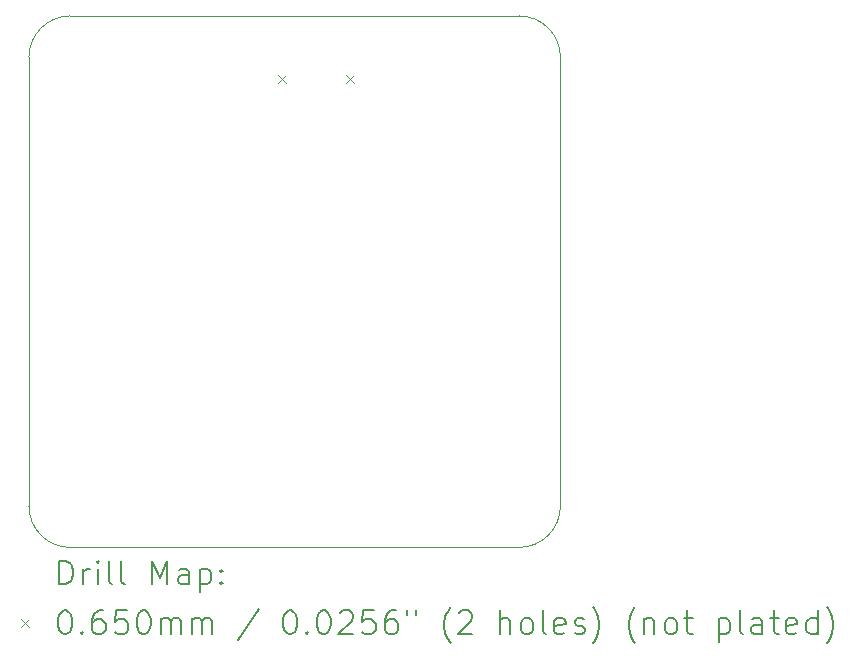
<source format=gbr>
%TF.GenerationSoftware,KiCad,Pcbnew,8.0.7*%
%TF.CreationDate,2025-10-10T17:09:59-07:00*%
%TF.ProjectId,CurlDrive-2,4375726c-4472-4697-9665-2d322e6b6963,rev?*%
%TF.SameCoordinates,Original*%
%TF.FileFunction,Drillmap*%
%TF.FilePolarity,Positive*%
%FSLAX45Y45*%
G04 Gerber Fmt 4.5, Leading zero omitted, Abs format (unit mm)*
G04 Created by KiCad (PCBNEW 8.0.7) date 2025-10-10 17:09:59*
%MOMM*%
%LPD*%
G01*
G04 APERTURE LIST*
%ADD10C,0.050000*%
%ADD11C,0.200000*%
%ADD12C,0.100000*%
G04 APERTURE END LIST*
D10*
X16900000Y-7750000D02*
X13100000Y-7750000D01*
X12750000Y-11900000D02*
X12750000Y-8100000D01*
X12750000Y-8100000D02*
G75*
G02*
X13100000Y-7750000I350000J0D01*
G01*
X16900000Y-7750000D02*
G75*
G02*
X17250000Y-8100000I0J-350000D01*
G01*
X17250000Y-11900000D02*
G75*
G02*
X16900000Y-12250000I-350000J0D01*
G01*
X13100000Y-12250000D02*
G75*
G02*
X12750000Y-11900000I0J350000D01*
G01*
X16900000Y-12250000D02*
X13100000Y-12250000D01*
X17250000Y-8100000D02*
X17250000Y-11900000D01*
D11*
D12*
X14858500Y-8253000D02*
X14923500Y-8318000D01*
X14923500Y-8253000D02*
X14858500Y-8318000D01*
X15436500Y-8253000D02*
X15501500Y-8318000D01*
X15501500Y-8253000D02*
X15436500Y-8318000D01*
D11*
X13008277Y-12563984D02*
X13008277Y-12363984D01*
X13008277Y-12363984D02*
X13055896Y-12363984D01*
X13055896Y-12363984D02*
X13084467Y-12373508D01*
X13084467Y-12373508D02*
X13103515Y-12392555D01*
X13103515Y-12392555D02*
X13113039Y-12411603D01*
X13113039Y-12411603D02*
X13122562Y-12449698D01*
X13122562Y-12449698D02*
X13122562Y-12478269D01*
X13122562Y-12478269D02*
X13113039Y-12516365D01*
X13113039Y-12516365D02*
X13103515Y-12535412D01*
X13103515Y-12535412D02*
X13084467Y-12554460D01*
X13084467Y-12554460D02*
X13055896Y-12563984D01*
X13055896Y-12563984D02*
X13008277Y-12563984D01*
X13208277Y-12563984D02*
X13208277Y-12430650D01*
X13208277Y-12468746D02*
X13217801Y-12449698D01*
X13217801Y-12449698D02*
X13227324Y-12440174D01*
X13227324Y-12440174D02*
X13246372Y-12430650D01*
X13246372Y-12430650D02*
X13265420Y-12430650D01*
X13332086Y-12563984D02*
X13332086Y-12430650D01*
X13332086Y-12363984D02*
X13322562Y-12373508D01*
X13322562Y-12373508D02*
X13332086Y-12383031D01*
X13332086Y-12383031D02*
X13341610Y-12373508D01*
X13341610Y-12373508D02*
X13332086Y-12363984D01*
X13332086Y-12363984D02*
X13332086Y-12383031D01*
X13455896Y-12563984D02*
X13436848Y-12554460D01*
X13436848Y-12554460D02*
X13427324Y-12535412D01*
X13427324Y-12535412D02*
X13427324Y-12363984D01*
X13560658Y-12563984D02*
X13541610Y-12554460D01*
X13541610Y-12554460D02*
X13532086Y-12535412D01*
X13532086Y-12535412D02*
X13532086Y-12363984D01*
X13789229Y-12563984D02*
X13789229Y-12363984D01*
X13789229Y-12363984D02*
X13855896Y-12506841D01*
X13855896Y-12506841D02*
X13922562Y-12363984D01*
X13922562Y-12363984D02*
X13922562Y-12563984D01*
X14103515Y-12563984D02*
X14103515Y-12459222D01*
X14103515Y-12459222D02*
X14093991Y-12440174D01*
X14093991Y-12440174D02*
X14074943Y-12430650D01*
X14074943Y-12430650D02*
X14036848Y-12430650D01*
X14036848Y-12430650D02*
X14017801Y-12440174D01*
X14103515Y-12554460D02*
X14084467Y-12563984D01*
X14084467Y-12563984D02*
X14036848Y-12563984D01*
X14036848Y-12563984D02*
X14017801Y-12554460D01*
X14017801Y-12554460D02*
X14008277Y-12535412D01*
X14008277Y-12535412D02*
X14008277Y-12516365D01*
X14008277Y-12516365D02*
X14017801Y-12497317D01*
X14017801Y-12497317D02*
X14036848Y-12487793D01*
X14036848Y-12487793D02*
X14084467Y-12487793D01*
X14084467Y-12487793D02*
X14103515Y-12478269D01*
X14198753Y-12430650D02*
X14198753Y-12630650D01*
X14198753Y-12440174D02*
X14217801Y-12430650D01*
X14217801Y-12430650D02*
X14255896Y-12430650D01*
X14255896Y-12430650D02*
X14274943Y-12440174D01*
X14274943Y-12440174D02*
X14284467Y-12449698D01*
X14284467Y-12449698D02*
X14293991Y-12468746D01*
X14293991Y-12468746D02*
X14293991Y-12525888D01*
X14293991Y-12525888D02*
X14284467Y-12544936D01*
X14284467Y-12544936D02*
X14274943Y-12554460D01*
X14274943Y-12554460D02*
X14255896Y-12563984D01*
X14255896Y-12563984D02*
X14217801Y-12563984D01*
X14217801Y-12563984D02*
X14198753Y-12554460D01*
X14379705Y-12544936D02*
X14389229Y-12554460D01*
X14389229Y-12554460D02*
X14379705Y-12563984D01*
X14379705Y-12563984D02*
X14370182Y-12554460D01*
X14370182Y-12554460D02*
X14379705Y-12544936D01*
X14379705Y-12544936D02*
X14379705Y-12563984D01*
X14379705Y-12440174D02*
X14389229Y-12449698D01*
X14389229Y-12449698D02*
X14379705Y-12459222D01*
X14379705Y-12459222D02*
X14370182Y-12449698D01*
X14370182Y-12449698D02*
X14379705Y-12440174D01*
X14379705Y-12440174D02*
X14379705Y-12459222D01*
D12*
X12682500Y-12860000D02*
X12747500Y-12925000D01*
X12747500Y-12860000D02*
X12682500Y-12925000D01*
D11*
X13046372Y-12783984D02*
X13065420Y-12783984D01*
X13065420Y-12783984D02*
X13084467Y-12793508D01*
X13084467Y-12793508D02*
X13093991Y-12803031D01*
X13093991Y-12803031D02*
X13103515Y-12822079D01*
X13103515Y-12822079D02*
X13113039Y-12860174D01*
X13113039Y-12860174D02*
X13113039Y-12907793D01*
X13113039Y-12907793D02*
X13103515Y-12945888D01*
X13103515Y-12945888D02*
X13093991Y-12964936D01*
X13093991Y-12964936D02*
X13084467Y-12974460D01*
X13084467Y-12974460D02*
X13065420Y-12983984D01*
X13065420Y-12983984D02*
X13046372Y-12983984D01*
X13046372Y-12983984D02*
X13027324Y-12974460D01*
X13027324Y-12974460D02*
X13017801Y-12964936D01*
X13017801Y-12964936D02*
X13008277Y-12945888D01*
X13008277Y-12945888D02*
X12998753Y-12907793D01*
X12998753Y-12907793D02*
X12998753Y-12860174D01*
X12998753Y-12860174D02*
X13008277Y-12822079D01*
X13008277Y-12822079D02*
X13017801Y-12803031D01*
X13017801Y-12803031D02*
X13027324Y-12793508D01*
X13027324Y-12793508D02*
X13046372Y-12783984D01*
X13198753Y-12964936D02*
X13208277Y-12974460D01*
X13208277Y-12974460D02*
X13198753Y-12983984D01*
X13198753Y-12983984D02*
X13189229Y-12974460D01*
X13189229Y-12974460D02*
X13198753Y-12964936D01*
X13198753Y-12964936D02*
X13198753Y-12983984D01*
X13379705Y-12783984D02*
X13341610Y-12783984D01*
X13341610Y-12783984D02*
X13322562Y-12793508D01*
X13322562Y-12793508D02*
X13313039Y-12803031D01*
X13313039Y-12803031D02*
X13293991Y-12831603D01*
X13293991Y-12831603D02*
X13284467Y-12869698D01*
X13284467Y-12869698D02*
X13284467Y-12945888D01*
X13284467Y-12945888D02*
X13293991Y-12964936D01*
X13293991Y-12964936D02*
X13303515Y-12974460D01*
X13303515Y-12974460D02*
X13322562Y-12983984D01*
X13322562Y-12983984D02*
X13360658Y-12983984D01*
X13360658Y-12983984D02*
X13379705Y-12974460D01*
X13379705Y-12974460D02*
X13389229Y-12964936D01*
X13389229Y-12964936D02*
X13398753Y-12945888D01*
X13398753Y-12945888D02*
X13398753Y-12898269D01*
X13398753Y-12898269D02*
X13389229Y-12879222D01*
X13389229Y-12879222D02*
X13379705Y-12869698D01*
X13379705Y-12869698D02*
X13360658Y-12860174D01*
X13360658Y-12860174D02*
X13322562Y-12860174D01*
X13322562Y-12860174D02*
X13303515Y-12869698D01*
X13303515Y-12869698D02*
X13293991Y-12879222D01*
X13293991Y-12879222D02*
X13284467Y-12898269D01*
X13579705Y-12783984D02*
X13484467Y-12783984D01*
X13484467Y-12783984D02*
X13474943Y-12879222D01*
X13474943Y-12879222D02*
X13484467Y-12869698D01*
X13484467Y-12869698D02*
X13503515Y-12860174D01*
X13503515Y-12860174D02*
X13551134Y-12860174D01*
X13551134Y-12860174D02*
X13570182Y-12869698D01*
X13570182Y-12869698D02*
X13579705Y-12879222D01*
X13579705Y-12879222D02*
X13589229Y-12898269D01*
X13589229Y-12898269D02*
X13589229Y-12945888D01*
X13589229Y-12945888D02*
X13579705Y-12964936D01*
X13579705Y-12964936D02*
X13570182Y-12974460D01*
X13570182Y-12974460D02*
X13551134Y-12983984D01*
X13551134Y-12983984D02*
X13503515Y-12983984D01*
X13503515Y-12983984D02*
X13484467Y-12974460D01*
X13484467Y-12974460D02*
X13474943Y-12964936D01*
X13713039Y-12783984D02*
X13732086Y-12783984D01*
X13732086Y-12783984D02*
X13751134Y-12793508D01*
X13751134Y-12793508D02*
X13760658Y-12803031D01*
X13760658Y-12803031D02*
X13770182Y-12822079D01*
X13770182Y-12822079D02*
X13779705Y-12860174D01*
X13779705Y-12860174D02*
X13779705Y-12907793D01*
X13779705Y-12907793D02*
X13770182Y-12945888D01*
X13770182Y-12945888D02*
X13760658Y-12964936D01*
X13760658Y-12964936D02*
X13751134Y-12974460D01*
X13751134Y-12974460D02*
X13732086Y-12983984D01*
X13732086Y-12983984D02*
X13713039Y-12983984D01*
X13713039Y-12983984D02*
X13693991Y-12974460D01*
X13693991Y-12974460D02*
X13684467Y-12964936D01*
X13684467Y-12964936D02*
X13674943Y-12945888D01*
X13674943Y-12945888D02*
X13665420Y-12907793D01*
X13665420Y-12907793D02*
X13665420Y-12860174D01*
X13665420Y-12860174D02*
X13674943Y-12822079D01*
X13674943Y-12822079D02*
X13684467Y-12803031D01*
X13684467Y-12803031D02*
X13693991Y-12793508D01*
X13693991Y-12793508D02*
X13713039Y-12783984D01*
X13865420Y-12983984D02*
X13865420Y-12850650D01*
X13865420Y-12869698D02*
X13874943Y-12860174D01*
X13874943Y-12860174D02*
X13893991Y-12850650D01*
X13893991Y-12850650D02*
X13922563Y-12850650D01*
X13922563Y-12850650D02*
X13941610Y-12860174D01*
X13941610Y-12860174D02*
X13951134Y-12879222D01*
X13951134Y-12879222D02*
X13951134Y-12983984D01*
X13951134Y-12879222D02*
X13960658Y-12860174D01*
X13960658Y-12860174D02*
X13979705Y-12850650D01*
X13979705Y-12850650D02*
X14008277Y-12850650D01*
X14008277Y-12850650D02*
X14027324Y-12860174D01*
X14027324Y-12860174D02*
X14036848Y-12879222D01*
X14036848Y-12879222D02*
X14036848Y-12983984D01*
X14132086Y-12983984D02*
X14132086Y-12850650D01*
X14132086Y-12869698D02*
X14141610Y-12860174D01*
X14141610Y-12860174D02*
X14160658Y-12850650D01*
X14160658Y-12850650D02*
X14189229Y-12850650D01*
X14189229Y-12850650D02*
X14208277Y-12860174D01*
X14208277Y-12860174D02*
X14217801Y-12879222D01*
X14217801Y-12879222D02*
X14217801Y-12983984D01*
X14217801Y-12879222D02*
X14227324Y-12860174D01*
X14227324Y-12860174D02*
X14246372Y-12850650D01*
X14246372Y-12850650D02*
X14274943Y-12850650D01*
X14274943Y-12850650D02*
X14293991Y-12860174D01*
X14293991Y-12860174D02*
X14303515Y-12879222D01*
X14303515Y-12879222D02*
X14303515Y-12983984D01*
X14693991Y-12774460D02*
X14522563Y-13031603D01*
X14951134Y-12783984D02*
X14970182Y-12783984D01*
X14970182Y-12783984D02*
X14989229Y-12793508D01*
X14989229Y-12793508D02*
X14998753Y-12803031D01*
X14998753Y-12803031D02*
X15008277Y-12822079D01*
X15008277Y-12822079D02*
X15017801Y-12860174D01*
X15017801Y-12860174D02*
X15017801Y-12907793D01*
X15017801Y-12907793D02*
X15008277Y-12945888D01*
X15008277Y-12945888D02*
X14998753Y-12964936D01*
X14998753Y-12964936D02*
X14989229Y-12974460D01*
X14989229Y-12974460D02*
X14970182Y-12983984D01*
X14970182Y-12983984D02*
X14951134Y-12983984D01*
X14951134Y-12983984D02*
X14932086Y-12974460D01*
X14932086Y-12974460D02*
X14922563Y-12964936D01*
X14922563Y-12964936D02*
X14913039Y-12945888D01*
X14913039Y-12945888D02*
X14903515Y-12907793D01*
X14903515Y-12907793D02*
X14903515Y-12860174D01*
X14903515Y-12860174D02*
X14913039Y-12822079D01*
X14913039Y-12822079D02*
X14922563Y-12803031D01*
X14922563Y-12803031D02*
X14932086Y-12793508D01*
X14932086Y-12793508D02*
X14951134Y-12783984D01*
X15103515Y-12964936D02*
X15113039Y-12974460D01*
X15113039Y-12974460D02*
X15103515Y-12983984D01*
X15103515Y-12983984D02*
X15093991Y-12974460D01*
X15093991Y-12974460D02*
X15103515Y-12964936D01*
X15103515Y-12964936D02*
X15103515Y-12983984D01*
X15236848Y-12783984D02*
X15255896Y-12783984D01*
X15255896Y-12783984D02*
X15274944Y-12793508D01*
X15274944Y-12793508D02*
X15284467Y-12803031D01*
X15284467Y-12803031D02*
X15293991Y-12822079D01*
X15293991Y-12822079D02*
X15303515Y-12860174D01*
X15303515Y-12860174D02*
X15303515Y-12907793D01*
X15303515Y-12907793D02*
X15293991Y-12945888D01*
X15293991Y-12945888D02*
X15284467Y-12964936D01*
X15284467Y-12964936D02*
X15274944Y-12974460D01*
X15274944Y-12974460D02*
X15255896Y-12983984D01*
X15255896Y-12983984D02*
X15236848Y-12983984D01*
X15236848Y-12983984D02*
X15217801Y-12974460D01*
X15217801Y-12974460D02*
X15208277Y-12964936D01*
X15208277Y-12964936D02*
X15198753Y-12945888D01*
X15198753Y-12945888D02*
X15189229Y-12907793D01*
X15189229Y-12907793D02*
X15189229Y-12860174D01*
X15189229Y-12860174D02*
X15198753Y-12822079D01*
X15198753Y-12822079D02*
X15208277Y-12803031D01*
X15208277Y-12803031D02*
X15217801Y-12793508D01*
X15217801Y-12793508D02*
X15236848Y-12783984D01*
X15379706Y-12803031D02*
X15389229Y-12793508D01*
X15389229Y-12793508D02*
X15408277Y-12783984D01*
X15408277Y-12783984D02*
X15455896Y-12783984D01*
X15455896Y-12783984D02*
X15474944Y-12793508D01*
X15474944Y-12793508D02*
X15484467Y-12803031D01*
X15484467Y-12803031D02*
X15493991Y-12822079D01*
X15493991Y-12822079D02*
X15493991Y-12841127D01*
X15493991Y-12841127D02*
X15484467Y-12869698D01*
X15484467Y-12869698D02*
X15370182Y-12983984D01*
X15370182Y-12983984D02*
X15493991Y-12983984D01*
X15674944Y-12783984D02*
X15579706Y-12783984D01*
X15579706Y-12783984D02*
X15570182Y-12879222D01*
X15570182Y-12879222D02*
X15579706Y-12869698D01*
X15579706Y-12869698D02*
X15598753Y-12860174D01*
X15598753Y-12860174D02*
X15646372Y-12860174D01*
X15646372Y-12860174D02*
X15665420Y-12869698D01*
X15665420Y-12869698D02*
X15674944Y-12879222D01*
X15674944Y-12879222D02*
X15684467Y-12898269D01*
X15684467Y-12898269D02*
X15684467Y-12945888D01*
X15684467Y-12945888D02*
X15674944Y-12964936D01*
X15674944Y-12964936D02*
X15665420Y-12974460D01*
X15665420Y-12974460D02*
X15646372Y-12983984D01*
X15646372Y-12983984D02*
X15598753Y-12983984D01*
X15598753Y-12983984D02*
X15579706Y-12974460D01*
X15579706Y-12974460D02*
X15570182Y-12964936D01*
X15855896Y-12783984D02*
X15817801Y-12783984D01*
X15817801Y-12783984D02*
X15798753Y-12793508D01*
X15798753Y-12793508D02*
X15789229Y-12803031D01*
X15789229Y-12803031D02*
X15770182Y-12831603D01*
X15770182Y-12831603D02*
X15760658Y-12869698D01*
X15760658Y-12869698D02*
X15760658Y-12945888D01*
X15760658Y-12945888D02*
X15770182Y-12964936D01*
X15770182Y-12964936D02*
X15779706Y-12974460D01*
X15779706Y-12974460D02*
X15798753Y-12983984D01*
X15798753Y-12983984D02*
X15836848Y-12983984D01*
X15836848Y-12983984D02*
X15855896Y-12974460D01*
X15855896Y-12974460D02*
X15865420Y-12964936D01*
X15865420Y-12964936D02*
X15874944Y-12945888D01*
X15874944Y-12945888D02*
X15874944Y-12898269D01*
X15874944Y-12898269D02*
X15865420Y-12879222D01*
X15865420Y-12879222D02*
X15855896Y-12869698D01*
X15855896Y-12869698D02*
X15836848Y-12860174D01*
X15836848Y-12860174D02*
X15798753Y-12860174D01*
X15798753Y-12860174D02*
X15779706Y-12869698D01*
X15779706Y-12869698D02*
X15770182Y-12879222D01*
X15770182Y-12879222D02*
X15760658Y-12898269D01*
X15951134Y-12783984D02*
X15951134Y-12822079D01*
X16027325Y-12783984D02*
X16027325Y-12822079D01*
X16322563Y-13060174D02*
X16313039Y-13050650D01*
X16313039Y-13050650D02*
X16293991Y-13022079D01*
X16293991Y-13022079D02*
X16284468Y-13003031D01*
X16284468Y-13003031D02*
X16274944Y-12974460D01*
X16274944Y-12974460D02*
X16265420Y-12926841D01*
X16265420Y-12926841D02*
X16265420Y-12888746D01*
X16265420Y-12888746D02*
X16274944Y-12841127D01*
X16274944Y-12841127D02*
X16284468Y-12812555D01*
X16284468Y-12812555D02*
X16293991Y-12793508D01*
X16293991Y-12793508D02*
X16313039Y-12764936D01*
X16313039Y-12764936D02*
X16322563Y-12755412D01*
X16389229Y-12803031D02*
X16398753Y-12793508D01*
X16398753Y-12793508D02*
X16417801Y-12783984D01*
X16417801Y-12783984D02*
X16465420Y-12783984D01*
X16465420Y-12783984D02*
X16484468Y-12793508D01*
X16484468Y-12793508D02*
X16493991Y-12803031D01*
X16493991Y-12803031D02*
X16503515Y-12822079D01*
X16503515Y-12822079D02*
X16503515Y-12841127D01*
X16503515Y-12841127D02*
X16493991Y-12869698D01*
X16493991Y-12869698D02*
X16379706Y-12983984D01*
X16379706Y-12983984D02*
X16503515Y-12983984D01*
X16741610Y-12983984D02*
X16741610Y-12783984D01*
X16827325Y-12983984D02*
X16827325Y-12879222D01*
X16827325Y-12879222D02*
X16817801Y-12860174D01*
X16817801Y-12860174D02*
X16798753Y-12850650D01*
X16798753Y-12850650D02*
X16770182Y-12850650D01*
X16770182Y-12850650D02*
X16751134Y-12860174D01*
X16751134Y-12860174D02*
X16741610Y-12869698D01*
X16951134Y-12983984D02*
X16932087Y-12974460D01*
X16932087Y-12974460D02*
X16922563Y-12964936D01*
X16922563Y-12964936D02*
X16913039Y-12945888D01*
X16913039Y-12945888D02*
X16913039Y-12888746D01*
X16913039Y-12888746D02*
X16922563Y-12869698D01*
X16922563Y-12869698D02*
X16932087Y-12860174D01*
X16932087Y-12860174D02*
X16951134Y-12850650D01*
X16951134Y-12850650D02*
X16979706Y-12850650D01*
X16979706Y-12850650D02*
X16998753Y-12860174D01*
X16998753Y-12860174D02*
X17008277Y-12869698D01*
X17008277Y-12869698D02*
X17017801Y-12888746D01*
X17017801Y-12888746D02*
X17017801Y-12945888D01*
X17017801Y-12945888D02*
X17008277Y-12964936D01*
X17008277Y-12964936D02*
X16998753Y-12974460D01*
X16998753Y-12974460D02*
X16979706Y-12983984D01*
X16979706Y-12983984D02*
X16951134Y-12983984D01*
X17132087Y-12983984D02*
X17113039Y-12974460D01*
X17113039Y-12974460D02*
X17103515Y-12955412D01*
X17103515Y-12955412D02*
X17103515Y-12783984D01*
X17284468Y-12974460D02*
X17265420Y-12983984D01*
X17265420Y-12983984D02*
X17227325Y-12983984D01*
X17227325Y-12983984D02*
X17208277Y-12974460D01*
X17208277Y-12974460D02*
X17198753Y-12955412D01*
X17198753Y-12955412D02*
X17198753Y-12879222D01*
X17198753Y-12879222D02*
X17208277Y-12860174D01*
X17208277Y-12860174D02*
X17227325Y-12850650D01*
X17227325Y-12850650D02*
X17265420Y-12850650D01*
X17265420Y-12850650D02*
X17284468Y-12860174D01*
X17284468Y-12860174D02*
X17293992Y-12879222D01*
X17293992Y-12879222D02*
X17293992Y-12898269D01*
X17293992Y-12898269D02*
X17198753Y-12917317D01*
X17370182Y-12974460D02*
X17389230Y-12983984D01*
X17389230Y-12983984D02*
X17427325Y-12983984D01*
X17427325Y-12983984D02*
X17446373Y-12974460D01*
X17446373Y-12974460D02*
X17455896Y-12955412D01*
X17455896Y-12955412D02*
X17455896Y-12945888D01*
X17455896Y-12945888D02*
X17446373Y-12926841D01*
X17446373Y-12926841D02*
X17427325Y-12917317D01*
X17427325Y-12917317D02*
X17398753Y-12917317D01*
X17398753Y-12917317D02*
X17379706Y-12907793D01*
X17379706Y-12907793D02*
X17370182Y-12888746D01*
X17370182Y-12888746D02*
X17370182Y-12879222D01*
X17370182Y-12879222D02*
X17379706Y-12860174D01*
X17379706Y-12860174D02*
X17398753Y-12850650D01*
X17398753Y-12850650D02*
X17427325Y-12850650D01*
X17427325Y-12850650D02*
X17446373Y-12860174D01*
X17522563Y-13060174D02*
X17532087Y-13050650D01*
X17532087Y-13050650D02*
X17551134Y-13022079D01*
X17551134Y-13022079D02*
X17560658Y-13003031D01*
X17560658Y-13003031D02*
X17570182Y-12974460D01*
X17570182Y-12974460D02*
X17579706Y-12926841D01*
X17579706Y-12926841D02*
X17579706Y-12888746D01*
X17579706Y-12888746D02*
X17570182Y-12841127D01*
X17570182Y-12841127D02*
X17560658Y-12812555D01*
X17560658Y-12812555D02*
X17551134Y-12793508D01*
X17551134Y-12793508D02*
X17532087Y-12764936D01*
X17532087Y-12764936D02*
X17522563Y-12755412D01*
X17884468Y-13060174D02*
X17874944Y-13050650D01*
X17874944Y-13050650D02*
X17855896Y-13022079D01*
X17855896Y-13022079D02*
X17846373Y-13003031D01*
X17846373Y-13003031D02*
X17836849Y-12974460D01*
X17836849Y-12974460D02*
X17827325Y-12926841D01*
X17827325Y-12926841D02*
X17827325Y-12888746D01*
X17827325Y-12888746D02*
X17836849Y-12841127D01*
X17836849Y-12841127D02*
X17846373Y-12812555D01*
X17846373Y-12812555D02*
X17855896Y-12793508D01*
X17855896Y-12793508D02*
X17874944Y-12764936D01*
X17874944Y-12764936D02*
X17884468Y-12755412D01*
X17960658Y-12850650D02*
X17960658Y-12983984D01*
X17960658Y-12869698D02*
X17970182Y-12860174D01*
X17970182Y-12860174D02*
X17989230Y-12850650D01*
X17989230Y-12850650D02*
X18017801Y-12850650D01*
X18017801Y-12850650D02*
X18036849Y-12860174D01*
X18036849Y-12860174D02*
X18046373Y-12879222D01*
X18046373Y-12879222D02*
X18046373Y-12983984D01*
X18170182Y-12983984D02*
X18151134Y-12974460D01*
X18151134Y-12974460D02*
X18141611Y-12964936D01*
X18141611Y-12964936D02*
X18132087Y-12945888D01*
X18132087Y-12945888D02*
X18132087Y-12888746D01*
X18132087Y-12888746D02*
X18141611Y-12869698D01*
X18141611Y-12869698D02*
X18151134Y-12860174D01*
X18151134Y-12860174D02*
X18170182Y-12850650D01*
X18170182Y-12850650D02*
X18198754Y-12850650D01*
X18198754Y-12850650D02*
X18217801Y-12860174D01*
X18217801Y-12860174D02*
X18227325Y-12869698D01*
X18227325Y-12869698D02*
X18236849Y-12888746D01*
X18236849Y-12888746D02*
X18236849Y-12945888D01*
X18236849Y-12945888D02*
X18227325Y-12964936D01*
X18227325Y-12964936D02*
X18217801Y-12974460D01*
X18217801Y-12974460D02*
X18198754Y-12983984D01*
X18198754Y-12983984D02*
X18170182Y-12983984D01*
X18293992Y-12850650D02*
X18370182Y-12850650D01*
X18322563Y-12783984D02*
X18322563Y-12955412D01*
X18322563Y-12955412D02*
X18332087Y-12974460D01*
X18332087Y-12974460D02*
X18351134Y-12983984D01*
X18351134Y-12983984D02*
X18370182Y-12983984D01*
X18589230Y-12850650D02*
X18589230Y-13050650D01*
X18589230Y-12860174D02*
X18608277Y-12850650D01*
X18608277Y-12850650D02*
X18646373Y-12850650D01*
X18646373Y-12850650D02*
X18665420Y-12860174D01*
X18665420Y-12860174D02*
X18674944Y-12869698D01*
X18674944Y-12869698D02*
X18684468Y-12888746D01*
X18684468Y-12888746D02*
X18684468Y-12945888D01*
X18684468Y-12945888D02*
X18674944Y-12964936D01*
X18674944Y-12964936D02*
X18665420Y-12974460D01*
X18665420Y-12974460D02*
X18646373Y-12983984D01*
X18646373Y-12983984D02*
X18608277Y-12983984D01*
X18608277Y-12983984D02*
X18589230Y-12974460D01*
X18798754Y-12983984D02*
X18779706Y-12974460D01*
X18779706Y-12974460D02*
X18770182Y-12955412D01*
X18770182Y-12955412D02*
X18770182Y-12783984D01*
X18960658Y-12983984D02*
X18960658Y-12879222D01*
X18960658Y-12879222D02*
X18951135Y-12860174D01*
X18951135Y-12860174D02*
X18932087Y-12850650D01*
X18932087Y-12850650D02*
X18893992Y-12850650D01*
X18893992Y-12850650D02*
X18874944Y-12860174D01*
X18960658Y-12974460D02*
X18941611Y-12983984D01*
X18941611Y-12983984D02*
X18893992Y-12983984D01*
X18893992Y-12983984D02*
X18874944Y-12974460D01*
X18874944Y-12974460D02*
X18865420Y-12955412D01*
X18865420Y-12955412D02*
X18865420Y-12936365D01*
X18865420Y-12936365D02*
X18874944Y-12917317D01*
X18874944Y-12917317D02*
X18893992Y-12907793D01*
X18893992Y-12907793D02*
X18941611Y-12907793D01*
X18941611Y-12907793D02*
X18960658Y-12898269D01*
X19027325Y-12850650D02*
X19103515Y-12850650D01*
X19055896Y-12783984D02*
X19055896Y-12955412D01*
X19055896Y-12955412D02*
X19065420Y-12974460D01*
X19065420Y-12974460D02*
X19084468Y-12983984D01*
X19084468Y-12983984D02*
X19103515Y-12983984D01*
X19246373Y-12974460D02*
X19227325Y-12983984D01*
X19227325Y-12983984D02*
X19189230Y-12983984D01*
X19189230Y-12983984D02*
X19170182Y-12974460D01*
X19170182Y-12974460D02*
X19160658Y-12955412D01*
X19160658Y-12955412D02*
X19160658Y-12879222D01*
X19160658Y-12879222D02*
X19170182Y-12860174D01*
X19170182Y-12860174D02*
X19189230Y-12850650D01*
X19189230Y-12850650D02*
X19227325Y-12850650D01*
X19227325Y-12850650D02*
X19246373Y-12860174D01*
X19246373Y-12860174D02*
X19255896Y-12879222D01*
X19255896Y-12879222D02*
X19255896Y-12898269D01*
X19255896Y-12898269D02*
X19160658Y-12917317D01*
X19427325Y-12983984D02*
X19427325Y-12783984D01*
X19427325Y-12974460D02*
X19408277Y-12983984D01*
X19408277Y-12983984D02*
X19370182Y-12983984D01*
X19370182Y-12983984D02*
X19351135Y-12974460D01*
X19351135Y-12974460D02*
X19341611Y-12964936D01*
X19341611Y-12964936D02*
X19332087Y-12945888D01*
X19332087Y-12945888D02*
X19332087Y-12888746D01*
X19332087Y-12888746D02*
X19341611Y-12869698D01*
X19341611Y-12869698D02*
X19351135Y-12860174D01*
X19351135Y-12860174D02*
X19370182Y-12850650D01*
X19370182Y-12850650D02*
X19408277Y-12850650D01*
X19408277Y-12850650D02*
X19427325Y-12860174D01*
X19503516Y-13060174D02*
X19513039Y-13050650D01*
X19513039Y-13050650D02*
X19532087Y-13022079D01*
X19532087Y-13022079D02*
X19541611Y-13003031D01*
X19541611Y-13003031D02*
X19551135Y-12974460D01*
X19551135Y-12974460D02*
X19560658Y-12926841D01*
X19560658Y-12926841D02*
X19560658Y-12888746D01*
X19560658Y-12888746D02*
X19551135Y-12841127D01*
X19551135Y-12841127D02*
X19541611Y-12812555D01*
X19541611Y-12812555D02*
X19532087Y-12793508D01*
X19532087Y-12793508D02*
X19513039Y-12764936D01*
X19513039Y-12764936D02*
X19503516Y-12755412D01*
M02*

</source>
